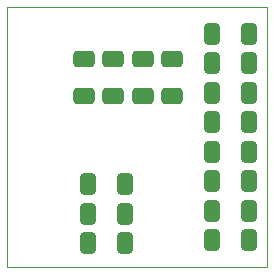
<source format=gtp>
G04 #@! TF.GenerationSoftware,KiCad,Pcbnew,(7.0.0)*
G04 #@! TF.CreationDate,2023-03-10T18:26:51+01:00*
G04 #@! TF.ProjectId,CapacitorBox1206,43617061-6369-4746-9f72-426f78313230,rev?*
G04 #@! TF.SameCoordinates,Original*
G04 #@! TF.FileFunction,Paste,Top*
G04 #@! TF.FilePolarity,Positive*
%FSLAX46Y46*%
G04 Gerber Fmt 4.6, Leading zero omitted, Abs format (unit mm)*
G04 Created by KiCad (PCBNEW (7.0.0)) date 2023-03-10 18:26:51*
%MOMM*%
%LPD*%
G01*
G04 APERTURE LIST*
G04 Aperture macros list*
%AMRoundRect*
0 Rectangle with rounded corners*
0 $1 Rounding radius*
0 $2 $3 $4 $5 $6 $7 $8 $9 X,Y pos of 4 corners*
0 Add a 4 corners polygon primitive as box body*
4,1,4,$2,$3,$4,$5,$6,$7,$8,$9,$2,$3,0*
0 Add four circle primitives for the rounded corners*
1,1,$1+$1,$2,$3*
1,1,$1+$1,$4,$5*
1,1,$1+$1,$6,$7*
1,1,$1+$1,$8,$9*
0 Add four rect primitives between the rounded corners*
20,1,$1+$1,$2,$3,$4,$5,0*
20,1,$1+$1,$4,$5,$6,$7,0*
20,1,$1+$1,$6,$7,$8,$9,0*
20,1,$1+$1,$8,$9,$2,$3,0*%
G04 Aperture macros list end*
%ADD10RoundRect,0.250000X-0.412500X-0.650000X0.412500X-0.650000X0.412500X0.650000X-0.412500X0.650000X0*%
%ADD11RoundRect,0.250000X-0.650000X0.412500X-0.650000X-0.412500X0.650000X-0.412500X0.650000X0.412500X0*%
G04 #@! TA.AperFunction,Profile*
%ADD12C,0.100000*%
G04 #@! TD*
G04 APERTURE END LIST*
D10*
X118375000Y-119750000D03*
X121500000Y-119750000D03*
X118375000Y-117250000D03*
X121500000Y-117250000D03*
D11*
X110000000Y-104437500D03*
X110000000Y-107562500D03*
X112500000Y-104437500D03*
X112500000Y-107562500D03*
X107500000Y-104437500D03*
X107500000Y-107562500D03*
D10*
X107875000Y-117500000D03*
X111000000Y-117500000D03*
D11*
X115000000Y-104437500D03*
X115000000Y-107562500D03*
D10*
X118375000Y-114750000D03*
X121500000Y-114750000D03*
X118375000Y-104750000D03*
X121500000Y-104750000D03*
X118375000Y-107250000D03*
X121500000Y-107250000D03*
X118375000Y-102250000D03*
X121500000Y-102250000D03*
X118375000Y-112250000D03*
X121500000Y-112250000D03*
X107875000Y-115000000D03*
X111000000Y-115000000D03*
X118375000Y-109750000D03*
X121500000Y-109750000D03*
X107875000Y-120000000D03*
X111000000Y-120000000D03*
D12*
X101000000Y-100000000D02*
X123000000Y-100000000D01*
X123000000Y-100000000D02*
X123000000Y-122000000D01*
X123000000Y-122000000D02*
X101000000Y-122000000D01*
X101000000Y-100000000D02*
X101000000Y-122000000D01*
M02*

</source>
